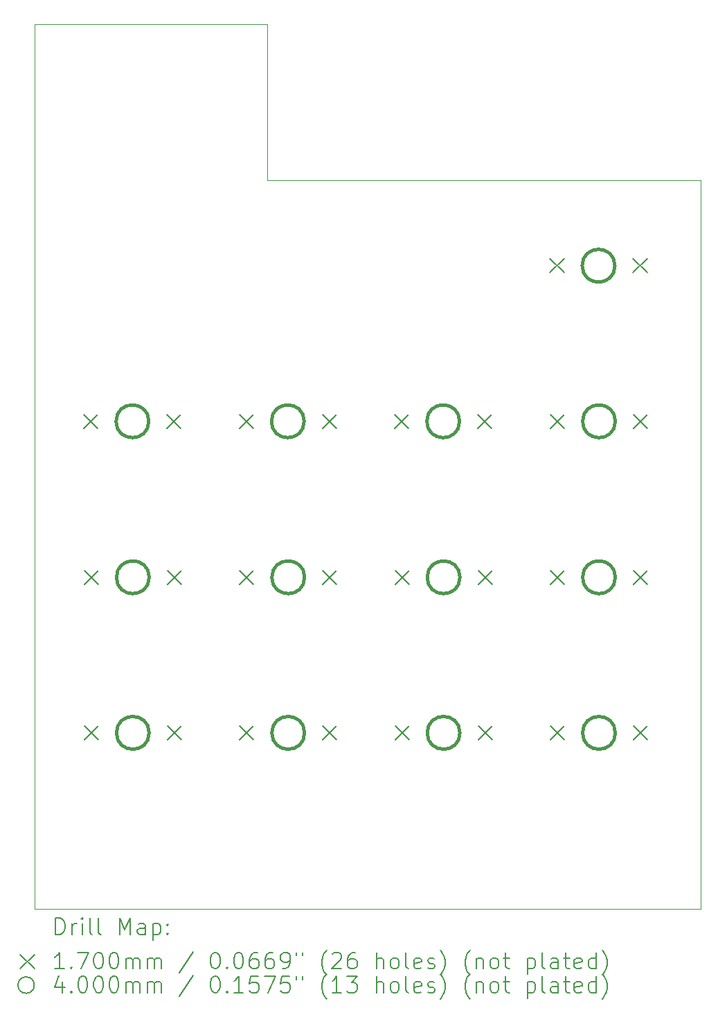
<source format=gbr>
%TF.GenerationSoftware,KiCad,Pcbnew,8.0.6*%
%TF.CreationDate,2024-10-21T23:53:37-04:00*%
%TF.ProjectId,HeckerPad,4865636b-6572-4506-9164-2e6b69636164,rev?*%
%TF.SameCoordinates,Original*%
%TF.FileFunction,Drillmap*%
%TF.FilePolarity,Positive*%
%FSLAX45Y45*%
G04 Gerber Fmt 4.5, Leading zero omitted, Abs format (unit mm)*
G04 Created by KiCad (PCBNEW 8.0.6) date 2024-10-21 23:53:37*
%MOMM*%
%LPD*%
G01*
G04 APERTURE LIST*
%ADD10C,0.050000*%
%ADD11C,0.200000*%
%ADD12C,0.170000*%
%ADD13C,0.400000*%
G04 APERTURE END LIST*
D10*
X11900000Y-13350000D02*
X11900000Y-4450000D01*
X3750000Y-13350000D02*
X11900000Y-13350000D01*
X3750000Y-2550000D02*
X3750000Y-13350000D01*
X6600000Y-2550000D02*
X3750000Y-2550000D01*
X6600000Y-4450000D02*
X6600000Y-2550000D01*
X11900000Y-4450000D02*
X6600000Y-4450000D01*
D11*
D12*
X4354500Y-7312500D02*
X4524500Y-7482500D01*
X4524500Y-7312500D02*
X4354500Y-7482500D01*
X4359500Y-9217500D02*
X4529500Y-9387500D01*
X4529500Y-9217500D02*
X4359500Y-9387500D01*
X4359500Y-11117500D02*
X4529500Y-11287500D01*
X4529500Y-11117500D02*
X4359500Y-11287500D01*
X5370500Y-7312500D02*
X5540500Y-7482500D01*
X5540500Y-7312500D02*
X5370500Y-7482500D01*
X5375500Y-9217500D02*
X5545500Y-9387500D01*
X5545500Y-9217500D02*
X5375500Y-9387500D01*
X5375500Y-11117500D02*
X5545500Y-11287500D01*
X5545500Y-11117500D02*
X5375500Y-11287500D01*
X6254500Y-7312500D02*
X6424500Y-7482500D01*
X6424500Y-7312500D02*
X6254500Y-7482500D01*
X6259500Y-9217500D02*
X6429500Y-9387500D01*
X6429500Y-9217500D02*
X6259500Y-9387500D01*
X6259500Y-11117500D02*
X6429500Y-11287500D01*
X6429500Y-11117500D02*
X6259500Y-11287500D01*
X7270500Y-7312500D02*
X7440500Y-7482500D01*
X7440500Y-7312500D02*
X7270500Y-7482500D01*
X7275500Y-9217500D02*
X7445500Y-9387500D01*
X7445500Y-9217500D02*
X7275500Y-9387500D01*
X7275500Y-11117500D02*
X7445500Y-11287500D01*
X7445500Y-11117500D02*
X7275500Y-11287500D01*
X8154500Y-7312500D02*
X8324500Y-7482500D01*
X8324500Y-7312500D02*
X8154500Y-7482500D01*
X8159500Y-9217500D02*
X8329500Y-9387500D01*
X8329500Y-9217500D02*
X8159500Y-9387500D01*
X8159500Y-11117500D02*
X8329500Y-11287500D01*
X8329500Y-11117500D02*
X8159500Y-11287500D01*
X9170500Y-7312500D02*
X9340500Y-7482500D01*
X9340500Y-7312500D02*
X9170500Y-7482500D01*
X9175500Y-9217500D02*
X9345500Y-9387500D01*
X9345500Y-9217500D02*
X9175500Y-9387500D01*
X9175500Y-11117500D02*
X9345500Y-11287500D01*
X9345500Y-11117500D02*
X9175500Y-11287500D01*
X10054500Y-5412500D02*
X10224500Y-5582500D01*
X10224500Y-5412500D02*
X10054500Y-5582500D01*
X10059500Y-7312500D02*
X10229500Y-7482500D01*
X10229500Y-7312500D02*
X10059500Y-7482500D01*
X10059500Y-9217500D02*
X10229500Y-9387500D01*
X10229500Y-9217500D02*
X10059500Y-9387500D01*
X10059500Y-11117500D02*
X10229500Y-11287500D01*
X10229500Y-11117500D02*
X10059500Y-11287500D01*
X11070500Y-5412500D02*
X11240500Y-5582500D01*
X11240500Y-5412500D02*
X11070500Y-5582500D01*
X11075500Y-7312500D02*
X11245500Y-7482500D01*
X11245500Y-7312500D02*
X11075500Y-7482500D01*
X11075500Y-9217500D02*
X11245500Y-9387500D01*
X11245500Y-9217500D02*
X11075500Y-9387500D01*
X11075500Y-11117500D02*
X11245500Y-11287500D01*
X11245500Y-11117500D02*
X11075500Y-11287500D01*
D13*
X5147500Y-7397500D02*
G75*
G02*
X4747500Y-7397500I-200000J0D01*
G01*
X4747500Y-7397500D02*
G75*
G02*
X5147500Y-7397500I200000J0D01*
G01*
X5152500Y-9302500D02*
G75*
G02*
X4752500Y-9302500I-200000J0D01*
G01*
X4752500Y-9302500D02*
G75*
G02*
X5152500Y-9302500I200000J0D01*
G01*
X5152500Y-11202500D02*
G75*
G02*
X4752500Y-11202500I-200000J0D01*
G01*
X4752500Y-11202500D02*
G75*
G02*
X5152500Y-11202500I200000J0D01*
G01*
X7047500Y-7397500D02*
G75*
G02*
X6647500Y-7397500I-200000J0D01*
G01*
X6647500Y-7397500D02*
G75*
G02*
X7047500Y-7397500I200000J0D01*
G01*
X7052500Y-9302500D02*
G75*
G02*
X6652500Y-9302500I-200000J0D01*
G01*
X6652500Y-9302500D02*
G75*
G02*
X7052500Y-9302500I200000J0D01*
G01*
X7052500Y-11202500D02*
G75*
G02*
X6652500Y-11202500I-200000J0D01*
G01*
X6652500Y-11202500D02*
G75*
G02*
X7052500Y-11202500I200000J0D01*
G01*
X8947500Y-7397500D02*
G75*
G02*
X8547500Y-7397500I-200000J0D01*
G01*
X8547500Y-7397500D02*
G75*
G02*
X8947500Y-7397500I200000J0D01*
G01*
X8952500Y-9302500D02*
G75*
G02*
X8552500Y-9302500I-200000J0D01*
G01*
X8552500Y-9302500D02*
G75*
G02*
X8952500Y-9302500I200000J0D01*
G01*
X8952500Y-11202500D02*
G75*
G02*
X8552500Y-11202500I-200000J0D01*
G01*
X8552500Y-11202500D02*
G75*
G02*
X8952500Y-11202500I200000J0D01*
G01*
X10847500Y-5497500D02*
G75*
G02*
X10447500Y-5497500I-200000J0D01*
G01*
X10447500Y-5497500D02*
G75*
G02*
X10847500Y-5497500I200000J0D01*
G01*
X10852500Y-7397500D02*
G75*
G02*
X10452500Y-7397500I-200000J0D01*
G01*
X10452500Y-7397500D02*
G75*
G02*
X10852500Y-7397500I200000J0D01*
G01*
X10852500Y-9302500D02*
G75*
G02*
X10452500Y-9302500I-200000J0D01*
G01*
X10452500Y-9302500D02*
G75*
G02*
X10852500Y-9302500I200000J0D01*
G01*
X10852500Y-11202500D02*
G75*
G02*
X10452500Y-11202500I-200000J0D01*
G01*
X10452500Y-11202500D02*
G75*
G02*
X10852500Y-11202500I200000J0D01*
G01*
D11*
X4008277Y-13663984D02*
X4008277Y-13463984D01*
X4008277Y-13463984D02*
X4055896Y-13463984D01*
X4055896Y-13463984D02*
X4084467Y-13473508D01*
X4084467Y-13473508D02*
X4103515Y-13492555D01*
X4103515Y-13492555D02*
X4113039Y-13511603D01*
X4113039Y-13511603D02*
X4122562Y-13549698D01*
X4122562Y-13549698D02*
X4122562Y-13578269D01*
X4122562Y-13578269D02*
X4113039Y-13616365D01*
X4113039Y-13616365D02*
X4103515Y-13635412D01*
X4103515Y-13635412D02*
X4084467Y-13654460D01*
X4084467Y-13654460D02*
X4055896Y-13663984D01*
X4055896Y-13663984D02*
X4008277Y-13663984D01*
X4208277Y-13663984D02*
X4208277Y-13530650D01*
X4208277Y-13568746D02*
X4217801Y-13549698D01*
X4217801Y-13549698D02*
X4227324Y-13540174D01*
X4227324Y-13540174D02*
X4246372Y-13530650D01*
X4246372Y-13530650D02*
X4265420Y-13530650D01*
X4332086Y-13663984D02*
X4332086Y-13530650D01*
X4332086Y-13463984D02*
X4322563Y-13473508D01*
X4322563Y-13473508D02*
X4332086Y-13483031D01*
X4332086Y-13483031D02*
X4341610Y-13473508D01*
X4341610Y-13473508D02*
X4332086Y-13463984D01*
X4332086Y-13463984D02*
X4332086Y-13483031D01*
X4455896Y-13663984D02*
X4436848Y-13654460D01*
X4436848Y-13654460D02*
X4427324Y-13635412D01*
X4427324Y-13635412D02*
X4427324Y-13463984D01*
X4560658Y-13663984D02*
X4541610Y-13654460D01*
X4541610Y-13654460D02*
X4532086Y-13635412D01*
X4532086Y-13635412D02*
X4532086Y-13463984D01*
X4789229Y-13663984D02*
X4789229Y-13463984D01*
X4789229Y-13463984D02*
X4855896Y-13606841D01*
X4855896Y-13606841D02*
X4922563Y-13463984D01*
X4922563Y-13463984D02*
X4922563Y-13663984D01*
X5103515Y-13663984D02*
X5103515Y-13559222D01*
X5103515Y-13559222D02*
X5093991Y-13540174D01*
X5093991Y-13540174D02*
X5074944Y-13530650D01*
X5074944Y-13530650D02*
X5036848Y-13530650D01*
X5036848Y-13530650D02*
X5017801Y-13540174D01*
X5103515Y-13654460D02*
X5084467Y-13663984D01*
X5084467Y-13663984D02*
X5036848Y-13663984D01*
X5036848Y-13663984D02*
X5017801Y-13654460D01*
X5017801Y-13654460D02*
X5008277Y-13635412D01*
X5008277Y-13635412D02*
X5008277Y-13616365D01*
X5008277Y-13616365D02*
X5017801Y-13597317D01*
X5017801Y-13597317D02*
X5036848Y-13587793D01*
X5036848Y-13587793D02*
X5084467Y-13587793D01*
X5084467Y-13587793D02*
X5103515Y-13578269D01*
X5198753Y-13530650D02*
X5198753Y-13730650D01*
X5198753Y-13540174D02*
X5217801Y-13530650D01*
X5217801Y-13530650D02*
X5255896Y-13530650D01*
X5255896Y-13530650D02*
X5274944Y-13540174D01*
X5274944Y-13540174D02*
X5284467Y-13549698D01*
X5284467Y-13549698D02*
X5293991Y-13568746D01*
X5293991Y-13568746D02*
X5293991Y-13625888D01*
X5293991Y-13625888D02*
X5284467Y-13644936D01*
X5284467Y-13644936D02*
X5274944Y-13654460D01*
X5274944Y-13654460D02*
X5255896Y-13663984D01*
X5255896Y-13663984D02*
X5217801Y-13663984D01*
X5217801Y-13663984D02*
X5198753Y-13654460D01*
X5379705Y-13644936D02*
X5389229Y-13654460D01*
X5389229Y-13654460D02*
X5379705Y-13663984D01*
X5379705Y-13663984D02*
X5370182Y-13654460D01*
X5370182Y-13654460D02*
X5379705Y-13644936D01*
X5379705Y-13644936D02*
X5379705Y-13663984D01*
X5379705Y-13540174D02*
X5389229Y-13549698D01*
X5389229Y-13549698D02*
X5379705Y-13559222D01*
X5379705Y-13559222D02*
X5370182Y-13549698D01*
X5370182Y-13549698D02*
X5379705Y-13540174D01*
X5379705Y-13540174D02*
X5379705Y-13559222D01*
D12*
X3577500Y-13907500D02*
X3747500Y-14077500D01*
X3747500Y-13907500D02*
X3577500Y-14077500D01*
D11*
X4113039Y-14083984D02*
X3998753Y-14083984D01*
X4055896Y-14083984D02*
X4055896Y-13883984D01*
X4055896Y-13883984D02*
X4036848Y-13912555D01*
X4036848Y-13912555D02*
X4017801Y-13931603D01*
X4017801Y-13931603D02*
X3998753Y-13941127D01*
X4198753Y-14064936D02*
X4208277Y-14074460D01*
X4208277Y-14074460D02*
X4198753Y-14083984D01*
X4198753Y-14083984D02*
X4189229Y-14074460D01*
X4189229Y-14074460D02*
X4198753Y-14064936D01*
X4198753Y-14064936D02*
X4198753Y-14083984D01*
X4274944Y-13883984D02*
X4408277Y-13883984D01*
X4408277Y-13883984D02*
X4322563Y-14083984D01*
X4522563Y-13883984D02*
X4541610Y-13883984D01*
X4541610Y-13883984D02*
X4560658Y-13893508D01*
X4560658Y-13893508D02*
X4570182Y-13903031D01*
X4570182Y-13903031D02*
X4579705Y-13922079D01*
X4579705Y-13922079D02*
X4589229Y-13960174D01*
X4589229Y-13960174D02*
X4589229Y-14007793D01*
X4589229Y-14007793D02*
X4579705Y-14045888D01*
X4579705Y-14045888D02*
X4570182Y-14064936D01*
X4570182Y-14064936D02*
X4560658Y-14074460D01*
X4560658Y-14074460D02*
X4541610Y-14083984D01*
X4541610Y-14083984D02*
X4522563Y-14083984D01*
X4522563Y-14083984D02*
X4503515Y-14074460D01*
X4503515Y-14074460D02*
X4493991Y-14064936D01*
X4493991Y-14064936D02*
X4484467Y-14045888D01*
X4484467Y-14045888D02*
X4474944Y-14007793D01*
X4474944Y-14007793D02*
X4474944Y-13960174D01*
X4474944Y-13960174D02*
X4484467Y-13922079D01*
X4484467Y-13922079D02*
X4493991Y-13903031D01*
X4493991Y-13903031D02*
X4503515Y-13893508D01*
X4503515Y-13893508D02*
X4522563Y-13883984D01*
X4713039Y-13883984D02*
X4732086Y-13883984D01*
X4732086Y-13883984D02*
X4751134Y-13893508D01*
X4751134Y-13893508D02*
X4760658Y-13903031D01*
X4760658Y-13903031D02*
X4770182Y-13922079D01*
X4770182Y-13922079D02*
X4779705Y-13960174D01*
X4779705Y-13960174D02*
X4779705Y-14007793D01*
X4779705Y-14007793D02*
X4770182Y-14045888D01*
X4770182Y-14045888D02*
X4760658Y-14064936D01*
X4760658Y-14064936D02*
X4751134Y-14074460D01*
X4751134Y-14074460D02*
X4732086Y-14083984D01*
X4732086Y-14083984D02*
X4713039Y-14083984D01*
X4713039Y-14083984D02*
X4693991Y-14074460D01*
X4693991Y-14074460D02*
X4684467Y-14064936D01*
X4684467Y-14064936D02*
X4674944Y-14045888D01*
X4674944Y-14045888D02*
X4665420Y-14007793D01*
X4665420Y-14007793D02*
X4665420Y-13960174D01*
X4665420Y-13960174D02*
X4674944Y-13922079D01*
X4674944Y-13922079D02*
X4684467Y-13903031D01*
X4684467Y-13903031D02*
X4693991Y-13893508D01*
X4693991Y-13893508D02*
X4713039Y-13883984D01*
X4865420Y-14083984D02*
X4865420Y-13950650D01*
X4865420Y-13969698D02*
X4874944Y-13960174D01*
X4874944Y-13960174D02*
X4893991Y-13950650D01*
X4893991Y-13950650D02*
X4922563Y-13950650D01*
X4922563Y-13950650D02*
X4941610Y-13960174D01*
X4941610Y-13960174D02*
X4951134Y-13979222D01*
X4951134Y-13979222D02*
X4951134Y-14083984D01*
X4951134Y-13979222D02*
X4960658Y-13960174D01*
X4960658Y-13960174D02*
X4979705Y-13950650D01*
X4979705Y-13950650D02*
X5008277Y-13950650D01*
X5008277Y-13950650D02*
X5027325Y-13960174D01*
X5027325Y-13960174D02*
X5036848Y-13979222D01*
X5036848Y-13979222D02*
X5036848Y-14083984D01*
X5132086Y-14083984D02*
X5132086Y-13950650D01*
X5132086Y-13969698D02*
X5141610Y-13960174D01*
X5141610Y-13960174D02*
X5160658Y-13950650D01*
X5160658Y-13950650D02*
X5189229Y-13950650D01*
X5189229Y-13950650D02*
X5208277Y-13960174D01*
X5208277Y-13960174D02*
X5217801Y-13979222D01*
X5217801Y-13979222D02*
X5217801Y-14083984D01*
X5217801Y-13979222D02*
X5227325Y-13960174D01*
X5227325Y-13960174D02*
X5246372Y-13950650D01*
X5246372Y-13950650D02*
X5274944Y-13950650D01*
X5274944Y-13950650D02*
X5293991Y-13960174D01*
X5293991Y-13960174D02*
X5303515Y-13979222D01*
X5303515Y-13979222D02*
X5303515Y-14083984D01*
X5693991Y-13874460D02*
X5522563Y-14131603D01*
X5951134Y-13883984D02*
X5970182Y-13883984D01*
X5970182Y-13883984D02*
X5989229Y-13893508D01*
X5989229Y-13893508D02*
X5998753Y-13903031D01*
X5998753Y-13903031D02*
X6008277Y-13922079D01*
X6008277Y-13922079D02*
X6017801Y-13960174D01*
X6017801Y-13960174D02*
X6017801Y-14007793D01*
X6017801Y-14007793D02*
X6008277Y-14045888D01*
X6008277Y-14045888D02*
X5998753Y-14064936D01*
X5998753Y-14064936D02*
X5989229Y-14074460D01*
X5989229Y-14074460D02*
X5970182Y-14083984D01*
X5970182Y-14083984D02*
X5951134Y-14083984D01*
X5951134Y-14083984D02*
X5932086Y-14074460D01*
X5932086Y-14074460D02*
X5922563Y-14064936D01*
X5922563Y-14064936D02*
X5913039Y-14045888D01*
X5913039Y-14045888D02*
X5903515Y-14007793D01*
X5903515Y-14007793D02*
X5903515Y-13960174D01*
X5903515Y-13960174D02*
X5913039Y-13922079D01*
X5913039Y-13922079D02*
X5922563Y-13903031D01*
X5922563Y-13903031D02*
X5932086Y-13893508D01*
X5932086Y-13893508D02*
X5951134Y-13883984D01*
X6103515Y-14064936D02*
X6113039Y-14074460D01*
X6113039Y-14074460D02*
X6103515Y-14083984D01*
X6103515Y-14083984D02*
X6093991Y-14074460D01*
X6093991Y-14074460D02*
X6103515Y-14064936D01*
X6103515Y-14064936D02*
X6103515Y-14083984D01*
X6236848Y-13883984D02*
X6255896Y-13883984D01*
X6255896Y-13883984D02*
X6274944Y-13893508D01*
X6274944Y-13893508D02*
X6284467Y-13903031D01*
X6284467Y-13903031D02*
X6293991Y-13922079D01*
X6293991Y-13922079D02*
X6303515Y-13960174D01*
X6303515Y-13960174D02*
X6303515Y-14007793D01*
X6303515Y-14007793D02*
X6293991Y-14045888D01*
X6293991Y-14045888D02*
X6284467Y-14064936D01*
X6284467Y-14064936D02*
X6274944Y-14074460D01*
X6274944Y-14074460D02*
X6255896Y-14083984D01*
X6255896Y-14083984D02*
X6236848Y-14083984D01*
X6236848Y-14083984D02*
X6217801Y-14074460D01*
X6217801Y-14074460D02*
X6208277Y-14064936D01*
X6208277Y-14064936D02*
X6198753Y-14045888D01*
X6198753Y-14045888D02*
X6189229Y-14007793D01*
X6189229Y-14007793D02*
X6189229Y-13960174D01*
X6189229Y-13960174D02*
X6198753Y-13922079D01*
X6198753Y-13922079D02*
X6208277Y-13903031D01*
X6208277Y-13903031D02*
X6217801Y-13893508D01*
X6217801Y-13893508D02*
X6236848Y-13883984D01*
X6474944Y-13883984D02*
X6436848Y-13883984D01*
X6436848Y-13883984D02*
X6417801Y-13893508D01*
X6417801Y-13893508D02*
X6408277Y-13903031D01*
X6408277Y-13903031D02*
X6389229Y-13931603D01*
X6389229Y-13931603D02*
X6379706Y-13969698D01*
X6379706Y-13969698D02*
X6379706Y-14045888D01*
X6379706Y-14045888D02*
X6389229Y-14064936D01*
X6389229Y-14064936D02*
X6398753Y-14074460D01*
X6398753Y-14074460D02*
X6417801Y-14083984D01*
X6417801Y-14083984D02*
X6455896Y-14083984D01*
X6455896Y-14083984D02*
X6474944Y-14074460D01*
X6474944Y-14074460D02*
X6484467Y-14064936D01*
X6484467Y-14064936D02*
X6493991Y-14045888D01*
X6493991Y-14045888D02*
X6493991Y-13998269D01*
X6493991Y-13998269D02*
X6484467Y-13979222D01*
X6484467Y-13979222D02*
X6474944Y-13969698D01*
X6474944Y-13969698D02*
X6455896Y-13960174D01*
X6455896Y-13960174D02*
X6417801Y-13960174D01*
X6417801Y-13960174D02*
X6398753Y-13969698D01*
X6398753Y-13969698D02*
X6389229Y-13979222D01*
X6389229Y-13979222D02*
X6379706Y-13998269D01*
X6665420Y-13883984D02*
X6627325Y-13883984D01*
X6627325Y-13883984D02*
X6608277Y-13893508D01*
X6608277Y-13893508D02*
X6598753Y-13903031D01*
X6598753Y-13903031D02*
X6579706Y-13931603D01*
X6579706Y-13931603D02*
X6570182Y-13969698D01*
X6570182Y-13969698D02*
X6570182Y-14045888D01*
X6570182Y-14045888D02*
X6579706Y-14064936D01*
X6579706Y-14064936D02*
X6589229Y-14074460D01*
X6589229Y-14074460D02*
X6608277Y-14083984D01*
X6608277Y-14083984D02*
X6646372Y-14083984D01*
X6646372Y-14083984D02*
X6665420Y-14074460D01*
X6665420Y-14074460D02*
X6674944Y-14064936D01*
X6674944Y-14064936D02*
X6684467Y-14045888D01*
X6684467Y-14045888D02*
X6684467Y-13998269D01*
X6684467Y-13998269D02*
X6674944Y-13979222D01*
X6674944Y-13979222D02*
X6665420Y-13969698D01*
X6665420Y-13969698D02*
X6646372Y-13960174D01*
X6646372Y-13960174D02*
X6608277Y-13960174D01*
X6608277Y-13960174D02*
X6589229Y-13969698D01*
X6589229Y-13969698D02*
X6579706Y-13979222D01*
X6579706Y-13979222D02*
X6570182Y-13998269D01*
X6779706Y-14083984D02*
X6817801Y-14083984D01*
X6817801Y-14083984D02*
X6836848Y-14074460D01*
X6836848Y-14074460D02*
X6846372Y-14064936D01*
X6846372Y-14064936D02*
X6865420Y-14036365D01*
X6865420Y-14036365D02*
X6874944Y-13998269D01*
X6874944Y-13998269D02*
X6874944Y-13922079D01*
X6874944Y-13922079D02*
X6865420Y-13903031D01*
X6865420Y-13903031D02*
X6855896Y-13893508D01*
X6855896Y-13893508D02*
X6836848Y-13883984D01*
X6836848Y-13883984D02*
X6798753Y-13883984D01*
X6798753Y-13883984D02*
X6779706Y-13893508D01*
X6779706Y-13893508D02*
X6770182Y-13903031D01*
X6770182Y-13903031D02*
X6760658Y-13922079D01*
X6760658Y-13922079D02*
X6760658Y-13969698D01*
X6760658Y-13969698D02*
X6770182Y-13988746D01*
X6770182Y-13988746D02*
X6779706Y-13998269D01*
X6779706Y-13998269D02*
X6798753Y-14007793D01*
X6798753Y-14007793D02*
X6836848Y-14007793D01*
X6836848Y-14007793D02*
X6855896Y-13998269D01*
X6855896Y-13998269D02*
X6865420Y-13988746D01*
X6865420Y-13988746D02*
X6874944Y-13969698D01*
X6951134Y-13883984D02*
X6951134Y-13922079D01*
X7027325Y-13883984D02*
X7027325Y-13922079D01*
X7322563Y-14160174D02*
X7313039Y-14150650D01*
X7313039Y-14150650D02*
X7293991Y-14122079D01*
X7293991Y-14122079D02*
X7284468Y-14103031D01*
X7284468Y-14103031D02*
X7274944Y-14074460D01*
X7274944Y-14074460D02*
X7265420Y-14026841D01*
X7265420Y-14026841D02*
X7265420Y-13988746D01*
X7265420Y-13988746D02*
X7274944Y-13941127D01*
X7274944Y-13941127D02*
X7284468Y-13912555D01*
X7284468Y-13912555D02*
X7293991Y-13893508D01*
X7293991Y-13893508D02*
X7313039Y-13864936D01*
X7313039Y-13864936D02*
X7322563Y-13855412D01*
X7389229Y-13903031D02*
X7398753Y-13893508D01*
X7398753Y-13893508D02*
X7417801Y-13883984D01*
X7417801Y-13883984D02*
X7465420Y-13883984D01*
X7465420Y-13883984D02*
X7484468Y-13893508D01*
X7484468Y-13893508D02*
X7493991Y-13903031D01*
X7493991Y-13903031D02*
X7503515Y-13922079D01*
X7503515Y-13922079D02*
X7503515Y-13941127D01*
X7503515Y-13941127D02*
X7493991Y-13969698D01*
X7493991Y-13969698D02*
X7379706Y-14083984D01*
X7379706Y-14083984D02*
X7503515Y-14083984D01*
X7674944Y-13883984D02*
X7636848Y-13883984D01*
X7636848Y-13883984D02*
X7617801Y-13893508D01*
X7617801Y-13893508D02*
X7608277Y-13903031D01*
X7608277Y-13903031D02*
X7589229Y-13931603D01*
X7589229Y-13931603D02*
X7579706Y-13969698D01*
X7579706Y-13969698D02*
X7579706Y-14045888D01*
X7579706Y-14045888D02*
X7589229Y-14064936D01*
X7589229Y-14064936D02*
X7598753Y-14074460D01*
X7598753Y-14074460D02*
X7617801Y-14083984D01*
X7617801Y-14083984D02*
X7655896Y-14083984D01*
X7655896Y-14083984D02*
X7674944Y-14074460D01*
X7674944Y-14074460D02*
X7684468Y-14064936D01*
X7684468Y-14064936D02*
X7693991Y-14045888D01*
X7693991Y-14045888D02*
X7693991Y-13998269D01*
X7693991Y-13998269D02*
X7684468Y-13979222D01*
X7684468Y-13979222D02*
X7674944Y-13969698D01*
X7674944Y-13969698D02*
X7655896Y-13960174D01*
X7655896Y-13960174D02*
X7617801Y-13960174D01*
X7617801Y-13960174D02*
X7598753Y-13969698D01*
X7598753Y-13969698D02*
X7589229Y-13979222D01*
X7589229Y-13979222D02*
X7579706Y-13998269D01*
X7932087Y-14083984D02*
X7932087Y-13883984D01*
X8017801Y-14083984D02*
X8017801Y-13979222D01*
X8017801Y-13979222D02*
X8008277Y-13960174D01*
X8008277Y-13960174D02*
X7989230Y-13950650D01*
X7989230Y-13950650D02*
X7960658Y-13950650D01*
X7960658Y-13950650D02*
X7941610Y-13960174D01*
X7941610Y-13960174D02*
X7932087Y-13969698D01*
X8141610Y-14083984D02*
X8122563Y-14074460D01*
X8122563Y-14074460D02*
X8113039Y-14064936D01*
X8113039Y-14064936D02*
X8103515Y-14045888D01*
X8103515Y-14045888D02*
X8103515Y-13988746D01*
X8103515Y-13988746D02*
X8113039Y-13969698D01*
X8113039Y-13969698D02*
X8122563Y-13960174D01*
X8122563Y-13960174D02*
X8141610Y-13950650D01*
X8141610Y-13950650D02*
X8170182Y-13950650D01*
X8170182Y-13950650D02*
X8189230Y-13960174D01*
X8189230Y-13960174D02*
X8198753Y-13969698D01*
X8198753Y-13969698D02*
X8208277Y-13988746D01*
X8208277Y-13988746D02*
X8208277Y-14045888D01*
X8208277Y-14045888D02*
X8198753Y-14064936D01*
X8198753Y-14064936D02*
X8189230Y-14074460D01*
X8189230Y-14074460D02*
X8170182Y-14083984D01*
X8170182Y-14083984D02*
X8141610Y-14083984D01*
X8322563Y-14083984D02*
X8303515Y-14074460D01*
X8303515Y-14074460D02*
X8293991Y-14055412D01*
X8293991Y-14055412D02*
X8293991Y-13883984D01*
X8474944Y-14074460D02*
X8455896Y-14083984D01*
X8455896Y-14083984D02*
X8417801Y-14083984D01*
X8417801Y-14083984D02*
X8398753Y-14074460D01*
X8398753Y-14074460D02*
X8389230Y-14055412D01*
X8389230Y-14055412D02*
X8389230Y-13979222D01*
X8389230Y-13979222D02*
X8398753Y-13960174D01*
X8398753Y-13960174D02*
X8417801Y-13950650D01*
X8417801Y-13950650D02*
X8455896Y-13950650D01*
X8455896Y-13950650D02*
X8474944Y-13960174D01*
X8474944Y-13960174D02*
X8484468Y-13979222D01*
X8484468Y-13979222D02*
X8484468Y-13998269D01*
X8484468Y-13998269D02*
X8389230Y-14017317D01*
X8560658Y-14074460D02*
X8579706Y-14083984D01*
X8579706Y-14083984D02*
X8617801Y-14083984D01*
X8617801Y-14083984D02*
X8636849Y-14074460D01*
X8636849Y-14074460D02*
X8646373Y-14055412D01*
X8646373Y-14055412D02*
X8646373Y-14045888D01*
X8646373Y-14045888D02*
X8636849Y-14026841D01*
X8636849Y-14026841D02*
X8617801Y-14017317D01*
X8617801Y-14017317D02*
X8589230Y-14017317D01*
X8589230Y-14017317D02*
X8570182Y-14007793D01*
X8570182Y-14007793D02*
X8560658Y-13988746D01*
X8560658Y-13988746D02*
X8560658Y-13979222D01*
X8560658Y-13979222D02*
X8570182Y-13960174D01*
X8570182Y-13960174D02*
X8589230Y-13950650D01*
X8589230Y-13950650D02*
X8617801Y-13950650D01*
X8617801Y-13950650D02*
X8636849Y-13960174D01*
X8713039Y-14160174D02*
X8722563Y-14150650D01*
X8722563Y-14150650D02*
X8741611Y-14122079D01*
X8741611Y-14122079D02*
X8751134Y-14103031D01*
X8751134Y-14103031D02*
X8760658Y-14074460D01*
X8760658Y-14074460D02*
X8770182Y-14026841D01*
X8770182Y-14026841D02*
X8770182Y-13988746D01*
X8770182Y-13988746D02*
X8760658Y-13941127D01*
X8760658Y-13941127D02*
X8751134Y-13912555D01*
X8751134Y-13912555D02*
X8741611Y-13893508D01*
X8741611Y-13893508D02*
X8722563Y-13864936D01*
X8722563Y-13864936D02*
X8713039Y-13855412D01*
X9074944Y-14160174D02*
X9065420Y-14150650D01*
X9065420Y-14150650D02*
X9046373Y-14122079D01*
X9046373Y-14122079D02*
X9036849Y-14103031D01*
X9036849Y-14103031D02*
X9027325Y-14074460D01*
X9027325Y-14074460D02*
X9017801Y-14026841D01*
X9017801Y-14026841D02*
X9017801Y-13988746D01*
X9017801Y-13988746D02*
X9027325Y-13941127D01*
X9027325Y-13941127D02*
X9036849Y-13912555D01*
X9036849Y-13912555D02*
X9046373Y-13893508D01*
X9046373Y-13893508D02*
X9065420Y-13864936D01*
X9065420Y-13864936D02*
X9074944Y-13855412D01*
X9151134Y-13950650D02*
X9151134Y-14083984D01*
X9151134Y-13969698D02*
X9160658Y-13960174D01*
X9160658Y-13960174D02*
X9179706Y-13950650D01*
X9179706Y-13950650D02*
X9208277Y-13950650D01*
X9208277Y-13950650D02*
X9227325Y-13960174D01*
X9227325Y-13960174D02*
X9236849Y-13979222D01*
X9236849Y-13979222D02*
X9236849Y-14083984D01*
X9360658Y-14083984D02*
X9341611Y-14074460D01*
X9341611Y-14074460D02*
X9332087Y-14064936D01*
X9332087Y-14064936D02*
X9322563Y-14045888D01*
X9322563Y-14045888D02*
X9322563Y-13988746D01*
X9322563Y-13988746D02*
X9332087Y-13969698D01*
X9332087Y-13969698D02*
X9341611Y-13960174D01*
X9341611Y-13960174D02*
X9360658Y-13950650D01*
X9360658Y-13950650D02*
X9389230Y-13950650D01*
X9389230Y-13950650D02*
X9408277Y-13960174D01*
X9408277Y-13960174D02*
X9417801Y-13969698D01*
X9417801Y-13969698D02*
X9427325Y-13988746D01*
X9427325Y-13988746D02*
X9427325Y-14045888D01*
X9427325Y-14045888D02*
X9417801Y-14064936D01*
X9417801Y-14064936D02*
X9408277Y-14074460D01*
X9408277Y-14074460D02*
X9389230Y-14083984D01*
X9389230Y-14083984D02*
X9360658Y-14083984D01*
X9484468Y-13950650D02*
X9560658Y-13950650D01*
X9513039Y-13883984D02*
X9513039Y-14055412D01*
X9513039Y-14055412D02*
X9522563Y-14074460D01*
X9522563Y-14074460D02*
X9541611Y-14083984D01*
X9541611Y-14083984D02*
X9560658Y-14083984D01*
X9779706Y-13950650D02*
X9779706Y-14150650D01*
X9779706Y-13960174D02*
X9798754Y-13950650D01*
X9798754Y-13950650D02*
X9836849Y-13950650D01*
X9836849Y-13950650D02*
X9855896Y-13960174D01*
X9855896Y-13960174D02*
X9865420Y-13969698D01*
X9865420Y-13969698D02*
X9874944Y-13988746D01*
X9874944Y-13988746D02*
X9874944Y-14045888D01*
X9874944Y-14045888D02*
X9865420Y-14064936D01*
X9865420Y-14064936D02*
X9855896Y-14074460D01*
X9855896Y-14074460D02*
X9836849Y-14083984D01*
X9836849Y-14083984D02*
X9798754Y-14083984D01*
X9798754Y-14083984D02*
X9779706Y-14074460D01*
X9989230Y-14083984D02*
X9970182Y-14074460D01*
X9970182Y-14074460D02*
X9960658Y-14055412D01*
X9960658Y-14055412D02*
X9960658Y-13883984D01*
X10151135Y-14083984D02*
X10151135Y-13979222D01*
X10151135Y-13979222D02*
X10141611Y-13960174D01*
X10141611Y-13960174D02*
X10122563Y-13950650D01*
X10122563Y-13950650D02*
X10084468Y-13950650D01*
X10084468Y-13950650D02*
X10065420Y-13960174D01*
X10151135Y-14074460D02*
X10132087Y-14083984D01*
X10132087Y-14083984D02*
X10084468Y-14083984D01*
X10084468Y-14083984D02*
X10065420Y-14074460D01*
X10065420Y-14074460D02*
X10055896Y-14055412D01*
X10055896Y-14055412D02*
X10055896Y-14036365D01*
X10055896Y-14036365D02*
X10065420Y-14017317D01*
X10065420Y-14017317D02*
X10084468Y-14007793D01*
X10084468Y-14007793D02*
X10132087Y-14007793D01*
X10132087Y-14007793D02*
X10151135Y-13998269D01*
X10217801Y-13950650D02*
X10293992Y-13950650D01*
X10246373Y-13883984D02*
X10246373Y-14055412D01*
X10246373Y-14055412D02*
X10255896Y-14074460D01*
X10255896Y-14074460D02*
X10274944Y-14083984D01*
X10274944Y-14083984D02*
X10293992Y-14083984D01*
X10436849Y-14074460D02*
X10417801Y-14083984D01*
X10417801Y-14083984D02*
X10379706Y-14083984D01*
X10379706Y-14083984D02*
X10360658Y-14074460D01*
X10360658Y-14074460D02*
X10351135Y-14055412D01*
X10351135Y-14055412D02*
X10351135Y-13979222D01*
X10351135Y-13979222D02*
X10360658Y-13960174D01*
X10360658Y-13960174D02*
X10379706Y-13950650D01*
X10379706Y-13950650D02*
X10417801Y-13950650D01*
X10417801Y-13950650D02*
X10436849Y-13960174D01*
X10436849Y-13960174D02*
X10446373Y-13979222D01*
X10446373Y-13979222D02*
X10446373Y-13998269D01*
X10446373Y-13998269D02*
X10351135Y-14017317D01*
X10617801Y-14083984D02*
X10617801Y-13883984D01*
X10617801Y-14074460D02*
X10598754Y-14083984D01*
X10598754Y-14083984D02*
X10560658Y-14083984D01*
X10560658Y-14083984D02*
X10541611Y-14074460D01*
X10541611Y-14074460D02*
X10532087Y-14064936D01*
X10532087Y-14064936D02*
X10522563Y-14045888D01*
X10522563Y-14045888D02*
X10522563Y-13988746D01*
X10522563Y-13988746D02*
X10532087Y-13969698D01*
X10532087Y-13969698D02*
X10541611Y-13960174D01*
X10541611Y-13960174D02*
X10560658Y-13950650D01*
X10560658Y-13950650D02*
X10598754Y-13950650D01*
X10598754Y-13950650D02*
X10617801Y-13960174D01*
X10693992Y-14160174D02*
X10703516Y-14150650D01*
X10703516Y-14150650D02*
X10722563Y-14122079D01*
X10722563Y-14122079D02*
X10732087Y-14103031D01*
X10732087Y-14103031D02*
X10741611Y-14074460D01*
X10741611Y-14074460D02*
X10751135Y-14026841D01*
X10751135Y-14026841D02*
X10751135Y-13988746D01*
X10751135Y-13988746D02*
X10741611Y-13941127D01*
X10741611Y-13941127D02*
X10732087Y-13912555D01*
X10732087Y-13912555D02*
X10722563Y-13893508D01*
X10722563Y-13893508D02*
X10703516Y-13864936D01*
X10703516Y-13864936D02*
X10693992Y-13855412D01*
X3747500Y-14282500D02*
G75*
G02*
X3547500Y-14282500I-100000J0D01*
G01*
X3547500Y-14282500D02*
G75*
G02*
X3747500Y-14282500I100000J0D01*
G01*
X4093991Y-14240650D02*
X4093991Y-14373984D01*
X4046372Y-14164460D02*
X3998753Y-14307317D01*
X3998753Y-14307317D02*
X4122562Y-14307317D01*
X4198753Y-14354936D02*
X4208277Y-14364460D01*
X4208277Y-14364460D02*
X4198753Y-14373984D01*
X4198753Y-14373984D02*
X4189229Y-14364460D01*
X4189229Y-14364460D02*
X4198753Y-14354936D01*
X4198753Y-14354936D02*
X4198753Y-14373984D01*
X4332086Y-14173984D02*
X4351134Y-14173984D01*
X4351134Y-14173984D02*
X4370182Y-14183508D01*
X4370182Y-14183508D02*
X4379705Y-14193031D01*
X4379705Y-14193031D02*
X4389229Y-14212079D01*
X4389229Y-14212079D02*
X4398753Y-14250174D01*
X4398753Y-14250174D02*
X4398753Y-14297793D01*
X4398753Y-14297793D02*
X4389229Y-14335888D01*
X4389229Y-14335888D02*
X4379705Y-14354936D01*
X4379705Y-14354936D02*
X4370182Y-14364460D01*
X4370182Y-14364460D02*
X4351134Y-14373984D01*
X4351134Y-14373984D02*
X4332086Y-14373984D01*
X4332086Y-14373984D02*
X4313039Y-14364460D01*
X4313039Y-14364460D02*
X4303515Y-14354936D01*
X4303515Y-14354936D02*
X4293991Y-14335888D01*
X4293991Y-14335888D02*
X4284467Y-14297793D01*
X4284467Y-14297793D02*
X4284467Y-14250174D01*
X4284467Y-14250174D02*
X4293991Y-14212079D01*
X4293991Y-14212079D02*
X4303515Y-14193031D01*
X4303515Y-14193031D02*
X4313039Y-14183508D01*
X4313039Y-14183508D02*
X4332086Y-14173984D01*
X4522563Y-14173984D02*
X4541610Y-14173984D01*
X4541610Y-14173984D02*
X4560658Y-14183508D01*
X4560658Y-14183508D02*
X4570182Y-14193031D01*
X4570182Y-14193031D02*
X4579705Y-14212079D01*
X4579705Y-14212079D02*
X4589229Y-14250174D01*
X4589229Y-14250174D02*
X4589229Y-14297793D01*
X4589229Y-14297793D02*
X4579705Y-14335888D01*
X4579705Y-14335888D02*
X4570182Y-14354936D01*
X4570182Y-14354936D02*
X4560658Y-14364460D01*
X4560658Y-14364460D02*
X4541610Y-14373984D01*
X4541610Y-14373984D02*
X4522563Y-14373984D01*
X4522563Y-14373984D02*
X4503515Y-14364460D01*
X4503515Y-14364460D02*
X4493991Y-14354936D01*
X4493991Y-14354936D02*
X4484467Y-14335888D01*
X4484467Y-14335888D02*
X4474944Y-14297793D01*
X4474944Y-14297793D02*
X4474944Y-14250174D01*
X4474944Y-14250174D02*
X4484467Y-14212079D01*
X4484467Y-14212079D02*
X4493991Y-14193031D01*
X4493991Y-14193031D02*
X4503515Y-14183508D01*
X4503515Y-14183508D02*
X4522563Y-14173984D01*
X4713039Y-14173984D02*
X4732086Y-14173984D01*
X4732086Y-14173984D02*
X4751134Y-14183508D01*
X4751134Y-14183508D02*
X4760658Y-14193031D01*
X4760658Y-14193031D02*
X4770182Y-14212079D01*
X4770182Y-14212079D02*
X4779705Y-14250174D01*
X4779705Y-14250174D02*
X4779705Y-14297793D01*
X4779705Y-14297793D02*
X4770182Y-14335888D01*
X4770182Y-14335888D02*
X4760658Y-14354936D01*
X4760658Y-14354936D02*
X4751134Y-14364460D01*
X4751134Y-14364460D02*
X4732086Y-14373984D01*
X4732086Y-14373984D02*
X4713039Y-14373984D01*
X4713039Y-14373984D02*
X4693991Y-14364460D01*
X4693991Y-14364460D02*
X4684467Y-14354936D01*
X4684467Y-14354936D02*
X4674944Y-14335888D01*
X4674944Y-14335888D02*
X4665420Y-14297793D01*
X4665420Y-14297793D02*
X4665420Y-14250174D01*
X4665420Y-14250174D02*
X4674944Y-14212079D01*
X4674944Y-14212079D02*
X4684467Y-14193031D01*
X4684467Y-14193031D02*
X4693991Y-14183508D01*
X4693991Y-14183508D02*
X4713039Y-14173984D01*
X4865420Y-14373984D02*
X4865420Y-14240650D01*
X4865420Y-14259698D02*
X4874944Y-14250174D01*
X4874944Y-14250174D02*
X4893991Y-14240650D01*
X4893991Y-14240650D02*
X4922563Y-14240650D01*
X4922563Y-14240650D02*
X4941610Y-14250174D01*
X4941610Y-14250174D02*
X4951134Y-14269222D01*
X4951134Y-14269222D02*
X4951134Y-14373984D01*
X4951134Y-14269222D02*
X4960658Y-14250174D01*
X4960658Y-14250174D02*
X4979705Y-14240650D01*
X4979705Y-14240650D02*
X5008277Y-14240650D01*
X5008277Y-14240650D02*
X5027325Y-14250174D01*
X5027325Y-14250174D02*
X5036848Y-14269222D01*
X5036848Y-14269222D02*
X5036848Y-14373984D01*
X5132086Y-14373984D02*
X5132086Y-14240650D01*
X5132086Y-14259698D02*
X5141610Y-14250174D01*
X5141610Y-14250174D02*
X5160658Y-14240650D01*
X5160658Y-14240650D02*
X5189229Y-14240650D01*
X5189229Y-14240650D02*
X5208277Y-14250174D01*
X5208277Y-14250174D02*
X5217801Y-14269222D01*
X5217801Y-14269222D02*
X5217801Y-14373984D01*
X5217801Y-14269222D02*
X5227325Y-14250174D01*
X5227325Y-14250174D02*
X5246372Y-14240650D01*
X5246372Y-14240650D02*
X5274944Y-14240650D01*
X5274944Y-14240650D02*
X5293991Y-14250174D01*
X5293991Y-14250174D02*
X5303515Y-14269222D01*
X5303515Y-14269222D02*
X5303515Y-14373984D01*
X5693991Y-14164460D02*
X5522563Y-14421603D01*
X5951134Y-14173984D02*
X5970182Y-14173984D01*
X5970182Y-14173984D02*
X5989229Y-14183508D01*
X5989229Y-14183508D02*
X5998753Y-14193031D01*
X5998753Y-14193031D02*
X6008277Y-14212079D01*
X6008277Y-14212079D02*
X6017801Y-14250174D01*
X6017801Y-14250174D02*
X6017801Y-14297793D01*
X6017801Y-14297793D02*
X6008277Y-14335888D01*
X6008277Y-14335888D02*
X5998753Y-14354936D01*
X5998753Y-14354936D02*
X5989229Y-14364460D01*
X5989229Y-14364460D02*
X5970182Y-14373984D01*
X5970182Y-14373984D02*
X5951134Y-14373984D01*
X5951134Y-14373984D02*
X5932086Y-14364460D01*
X5932086Y-14364460D02*
X5922563Y-14354936D01*
X5922563Y-14354936D02*
X5913039Y-14335888D01*
X5913039Y-14335888D02*
X5903515Y-14297793D01*
X5903515Y-14297793D02*
X5903515Y-14250174D01*
X5903515Y-14250174D02*
X5913039Y-14212079D01*
X5913039Y-14212079D02*
X5922563Y-14193031D01*
X5922563Y-14193031D02*
X5932086Y-14183508D01*
X5932086Y-14183508D02*
X5951134Y-14173984D01*
X6103515Y-14354936D02*
X6113039Y-14364460D01*
X6113039Y-14364460D02*
X6103515Y-14373984D01*
X6103515Y-14373984D02*
X6093991Y-14364460D01*
X6093991Y-14364460D02*
X6103515Y-14354936D01*
X6103515Y-14354936D02*
X6103515Y-14373984D01*
X6303515Y-14373984D02*
X6189229Y-14373984D01*
X6246372Y-14373984D02*
X6246372Y-14173984D01*
X6246372Y-14173984D02*
X6227325Y-14202555D01*
X6227325Y-14202555D02*
X6208277Y-14221603D01*
X6208277Y-14221603D02*
X6189229Y-14231127D01*
X6484467Y-14173984D02*
X6389229Y-14173984D01*
X6389229Y-14173984D02*
X6379706Y-14269222D01*
X6379706Y-14269222D02*
X6389229Y-14259698D01*
X6389229Y-14259698D02*
X6408277Y-14250174D01*
X6408277Y-14250174D02*
X6455896Y-14250174D01*
X6455896Y-14250174D02*
X6474944Y-14259698D01*
X6474944Y-14259698D02*
X6484467Y-14269222D01*
X6484467Y-14269222D02*
X6493991Y-14288269D01*
X6493991Y-14288269D02*
X6493991Y-14335888D01*
X6493991Y-14335888D02*
X6484467Y-14354936D01*
X6484467Y-14354936D02*
X6474944Y-14364460D01*
X6474944Y-14364460D02*
X6455896Y-14373984D01*
X6455896Y-14373984D02*
X6408277Y-14373984D01*
X6408277Y-14373984D02*
X6389229Y-14364460D01*
X6389229Y-14364460D02*
X6379706Y-14354936D01*
X6560658Y-14173984D02*
X6693991Y-14173984D01*
X6693991Y-14173984D02*
X6608277Y-14373984D01*
X6865420Y-14173984D02*
X6770182Y-14173984D01*
X6770182Y-14173984D02*
X6760658Y-14269222D01*
X6760658Y-14269222D02*
X6770182Y-14259698D01*
X6770182Y-14259698D02*
X6789229Y-14250174D01*
X6789229Y-14250174D02*
X6836848Y-14250174D01*
X6836848Y-14250174D02*
X6855896Y-14259698D01*
X6855896Y-14259698D02*
X6865420Y-14269222D01*
X6865420Y-14269222D02*
X6874944Y-14288269D01*
X6874944Y-14288269D02*
X6874944Y-14335888D01*
X6874944Y-14335888D02*
X6865420Y-14354936D01*
X6865420Y-14354936D02*
X6855896Y-14364460D01*
X6855896Y-14364460D02*
X6836848Y-14373984D01*
X6836848Y-14373984D02*
X6789229Y-14373984D01*
X6789229Y-14373984D02*
X6770182Y-14364460D01*
X6770182Y-14364460D02*
X6760658Y-14354936D01*
X6951134Y-14173984D02*
X6951134Y-14212079D01*
X7027325Y-14173984D02*
X7027325Y-14212079D01*
X7322563Y-14450174D02*
X7313039Y-14440650D01*
X7313039Y-14440650D02*
X7293991Y-14412079D01*
X7293991Y-14412079D02*
X7284468Y-14393031D01*
X7284468Y-14393031D02*
X7274944Y-14364460D01*
X7274944Y-14364460D02*
X7265420Y-14316841D01*
X7265420Y-14316841D02*
X7265420Y-14278746D01*
X7265420Y-14278746D02*
X7274944Y-14231127D01*
X7274944Y-14231127D02*
X7284468Y-14202555D01*
X7284468Y-14202555D02*
X7293991Y-14183508D01*
X7293991Y-14183508D02*
X7313039Y-14154936D01*
X7313039Y-14154936D02*
X7322563Y-14145412D01*
X7503515Y-14373984D02*
X7389229Y-14373984D01*
X7446372Y-14373984D02*
X7446372Y-14173984D01*
X7446372Y-14173984D02*
X7427325Y-14202555D01*
X7427325Y-14202555D02*
X7408277Y-14221603D01*
X7408277Y-14221603D02*
X7389229Y-14231127D01*
X7570182Y-14173984D02*
X7693991Y-14173984D01*
X7693991Y-14173984D02*
X7627325Y-14250174D01*
X7627325Y-14250174D02*
X7655896Y-14250174D01*
X7655896Y-14250174D02*
X7674944Y-14259698D01*
X7674944Y-14259698D02*
X7684468Y-14269222D01*
X7684468Y-14269222D02*
X7693991Y-14288269D01*
X7693991Y-14288269D02*
X7693991Y-14335888D01*
X7693991Y-14335888D02*
X7684468Y-14354936D01*
X7684468Y-14354936D02*
X7674944Y-14364460D01*
X7674944Y-14364460D02*
X7655896Y-14373984D01*
X7655896Y-14373984D02*
X7598753Y-14373984D01*
X7598753Y-14373984D02*
X7579706Y-14364460D01*
X7579706Y-14364460D02*
X7570182Y-14354936D01*
X7932087Y-14373984D02*
X7932087Y-14173984D01*
X8017801Y-14373984D02*
X8017801Y-14269222D01*
X8017801Y-14269222D02*
X8008277Y-14250174D01*
X8008277Y-14250174D02*
X7989230Y-14240650D01*
X7989230Y-14240650D02*
X7960658Y-14240650D01*
X7960658Y-14240650D02*
X7941610Y-14250174D01*
X7941610Y-14250174D02*
X7932087Y-14259698D01*
X8141610Y-14373984D02*
X8122563Y-14364460D01*
X8122563Y-14364460D02*
X8113039Y-14354936D01*
X8113039Y-14354936D02*
X8103515Y-14335888D01*
X8103515Y-14335888D02*
X8103515Y-14278746D01*
X8103515Y-14278746D02*
X8113039Y-14259698D01*
X8113039Y-14259698D02*
X8122563Y-14250174D01*
X8122563Y-14250174D02*
X8141610Y-14240650D01*
X8141610Y-14240650D02*
X8170182Y-14240650D01*
X8170182Y-14240650D02*
X8189230Y-14250174D01*
X8189230Y-14250174D02*
X8198753Y-14259698D01*
X8198753Y-14259698D02*
X8208277Y-14278746D01*
X8208277Y-14278746D02*
X8208277Y-14335888D01*
X8208277Y-14335888D02*
X8198753Y-14354936D01*
X8198753Y-14354936D02*
X8189230Y-14364460D01*
X8189230Y-14364460D02*
X8170182Y-14373984D01*
X8170182Y-14373984D02*
X8141610Y-14373984D01*
X8322563Y-14373984D02*
X8303515Y-14364460D01*
X8303515Y-14364460D02*
X8293991Y-14345412D01*
X8293991Y-14345412D02*
X8293991Y-14173984D01*
X8474944Y-14364460D02*
X8455896Y-14373984D01*
X8455896Y-14373984D02*
X8417801Y-14373984D01*
X8417801Y-14373984D02*
X8398753Y-14364460D01*
X8398753Y-14364460D02*
X8389230Y-14345412D01*
X8389230Y-14345412D02*
X8389230Y-14269222D01*
X8389230Y-14269222D02*
X8398753Y-14250174D01*
X8398753Y-14250174D02*
X8417801Y-14240650D01*
X8417801Y-14240650D02*
X8455896Y-14240650D01*
X8455896Y-14240650D02*
X8474944Y-14250174D01*
X8474944Y-14250174D02*
X8484468Y-14269222D01*
X8484468Y-14269222D02*
X8484468Y-14288269D01*
X8484468Y-14288269D02*
X8389230Y-14307317D01*
X8560658Y-14364460D02*
X8579706Y-14373984D01*
X8579706Y-14373984D02*
X8617801Y-14373984D01*
X8617801Y-14373984D02*
X8636849Y-14364460D01*
X8636849Y-14364460D02*
X8646373Y-14345412D01*
X8646373Y-14345412D02*
X8646373Y-14335888D01*
X8646373Y-14335888D02*
X8636849Y-14316841D01*
X8636849Y-14316841D02*
X8617801Y-14307317D01*
X8617801Y-14307317D02*
X8589230Y-14307317D01*
X8589230Y-14307317D02*
X8570182Y-14297793D01*
X8570182Y-14297793D02*
X8560658Y-14278746D01*
X8560658Y-14278746D02*
X8560658Y-14269222D01*
X8560658Y-14269222D02*
X8570182Y-14250174D01*
X8570182Y-14250174D02*
X8589230Y-14240650D01*
X8589230Y-14240650D02*
X8617801Y-14240650D01*
X8617801Y-14240650D02*
X8636849Y-14250174D01*
X8713039Y-14450174D02*
X8722563Y-14440650D01*
X8722563Y-14440650D02*
X8741611Y-14412079D01*
X8741611Y-14412079D02*
X8751134Y-14393031D01*
X8751134Y-14393031D02*
X8760658Y-14364460D01*
X8760658Y-14364460D02*
X8770182Y-14316841D01*
X8770182Y-14316841D02*
X8770182Y-14278746D01*
X8770182Y-14278746D02*
X8760658Y-14231127D01*
X8760658Y-14231127D02*
X8751134Y-14202555D01*
X8751134Y-14202555D02*
X8741611Y-14183508D01*
X8741611Y-14183508D02*
X8722563Y-14154936D01*
X8722563Y-14154936D02*
X8713039Y-14145412D01*
X9074944Y-14450174D02*
X9065420Y-14440650D01*
X9065420Y-14440650D02*
X9046373Y-14412079D01*
X9046373Y-14412079D02*
X9036849Y-14393031D01*
X9036849Y-14393031D02*
X9027325Y-14364460D01*
X9027325Y-14364460D02*
X9017801Y-14316841D01*
X9017801Y-14316841D02*
X9017801Y-14278746D01*
X9017801Y-14278746D02*
X9027325Y-14231127D01*
X9027325Y-14231127D02*
X9036849Y-14202555D01*
X9036849Y-14202555D02*
X9046373Y-14183508D01*
X9046373Y-14183508D02*
X9065420Y-14154936D01*
X9065420Y-14154936D02*
X9074944Y-14145412D01*
X9151134Y-14240650D02*
X9151134Y-14373984D01*
X9151134Y-14259698D02*
X9160658Y-14250174D01*
X9160658Y-14250174D02*
X9179706Y-14240650D01*
X9179706Y-14240650D02*
X9208277Y-14240650D01*
X9208277Y-14240650D02*
X9227325Y-14250174D01*
X9227325Y-14250174D02*
X9236849Y-14269222D01*
X9236849Y-14269222D02*
X9236849Y-14373984D01*
X9360658Y-14373984D02*
X9341611Y-14364460D01*
X9341611Y-14364460D02*
X9332087Y-14354936D01*
X9332087Y-14354936D02*
X9322563Y-14335888D01*
X9322563Y-14335888D02*
X9322563Y-14278746D01*
X9322563Y-14278746D02*
X9332087Y-14259698D01*
X9332087Y-14259698D02*
X9341611Y-14250174D01*
X9341611Y-14250174D02*
X9360658Y-14240650D01*
X9360658Y-14240650D02*
X9389230Y-14240650D01*
X9389230Y-14240650D02*
X9408277Y-14250174D01*
X9408277Y-14250174D02*
X9417801Y-14259698D01*
X9417801Y-14259698D02*
X9427325Y-14278746D01*
X9427325Y-14278746D02*
X9427325Y-14335888D01*
X9427325Y-14335888D02*
X9417801Y-14354936D01*
X9417801Y-14354936D02*
X9408277Y-14364460D01*
X9408277Y-14364460D02*
X9389230Y-14373984D01*
X9389230Y-14373984D02*
X9360658Y-14373984D01*
X9484468Y-14240650D02*
X9560658Y-14240650D01*
X9513039Y-14173984D02*
X9513039Y-14345412D01*
X9513039Y-14345412D02*
X9522563Y-14364460D01*
X9522563Y-14364460D02*
X9541611Y-14373984D01*
X9541611Y-14373984D02*
X9560658Y-14373984D01*
X9779706Y-14240650D02*
X9779706Y-14440650D01*
X9779706Y-14250174D02*
X9798754Y-14240650D01*
X9798754Y-14240650D02*
X9836849Y-14240650D01*
X9836849Y-14240650D02*
X9855896Y-14250174D01*
X9855896Y-14250174D02*
X9865420Y-14259698D01*
X9865420Y-14259698D02*
X9874944Y-14278746D01*
X9874944Y-14278746D02*
X9874944Y-14335888D01*
X9874944Y-14335888D02*
X9865420Y-14354936D01*
X9865420Y-14354936D02*
X9855896Y-14364460D01*
X9855896Y-14364460D02*
X9836849Y-14373984D01*
X9836849Y-14373984D02*
X9798754Y-14373984D01*
X9798754Y-14373984D02*
X9779706Y-14364460D01*
X9989230Y-14373984D02*
X9970182Y-14364460D01*
X9970182Y-14364460D02*
X9960658Y-14345412D01*
X9960658Y-14345412D02*
X9960658Y-14173984D01*
X10151135Y-14373984D02*
X10151135Y-14269222D01*
X10151135Y-14269222D02*
X10141611Y-14250174D01*
X10141611Y-14250174D02*
X10122563Y-14240650D01*
X10122563Y-14240650D02*
X10084468Y-14240650D01*
X10084468Y-14240650D02*
X10065420Y-14250174D01*
X10151135Y-14364460D02*
X10132087Y-14373984D01*
X10132087Y-14373984D02*
X10084468Y-14373984D01*
X10084468Y-14373984D02*
X10065420Y-14364460D01*
X10065420Y-14364460D02*
X10055896Y-14345412D01*
X10055896Y-14345412D02*
X10055896Y-14326365D01*
X10055896Y-14326365D02*
X10065420Y-14307317D01*
X10065420Y-14307317D02*
X10084468Y-14297793D01*
X10084468Y-14297793D02*
X10132087Y-14297793D01*
X10132087Y-14297793D02*
X10151135Y-14288269D01*
X10217801Y-14240650D02*
X10293992Y-14240650D01*
X10246373Y-14173984D02*
X10246373Y-14345412D01*
X10246373Y-14345412D02*
X10255896Y-14364460D01*
X10255896Y-14364460D02*
X10274944Y-14373984D01*
X10274944Y-14373984D02*
X10293992Y-14373984D01*
X10436849Y-14364460D02*
X10417801Y-14373984D01*
X10417801Y-14373984D02*
X10379706Y-14373984D01*
X10379706Y-14373984D02*
X10360658Y-14364460D01*
X10360658Y-14364460D02*
X10351135Y-14345412D01*
X10351135Y-14345412D02*
X10351135Y-14269222D01*
X10351135Y-14269222D02*
X10360658Y-14250174D01*
X10360658Y-14250174D02*
X10379706Y-14240650D01*
X10379706Y-14240650D02*
X10417801Y-14240650D01*
X10417801Y-14240650D02*
X10436849Y-14250174D01*
X10436849Y-14250174D02*
X10446373Y-14269222D01*
X10446373Y-14269222D02*
X10446373Y-14288269D01*
X10446373Y-14288269D02*
X10351135Y-14307317D01*
X10617801Y-14373984D02*
X10617801Y-14173984D01*
X10617801Y-14364460D02*
X10598754Y-14373984D01*
X10598754Y-14373984D02*
X10560658Y-14373984D01*
X10560658Y-14373984D02*
X10541611Y-14364460D01*
X10541611Y-14364460D02*
X10532087Y-14354936D01*
X10532087Y-14354936D02*
X10522563Y-14335888D01*
X10522563Y-14335888D02*
X10522563Y-14278746D01*
X10522563Y-14278746D02*
X10532087Y-14259698D01*
X10532087Y-14259698D02*
X10541611Y-14250174D01*
X10541611Y-14250174D02*
X10560658Y-14240650D01*
X10560658Y-14240650D02*
X10598754Y-14240650D01*
X10598754Y-14240650D02*
X10617801Y-14250174D01*
X10693992Y-14450174D02*
X10703516Y-14440650D01*
X10703516Y-14440650D02*
X10722563Y-14412079D01*
X10722563Y-14412079D02*
X10732087Y-14393031D01*
X10732087Y-14393031D02*
X10741611Y-14364460D01*
X10741611Y-14364460D02*
X10751135Y-14316841D01*
X10751135Y-14316841D02*
X10751135Y-14278746D01*
X10751135Y-14278746D02*
X10741611Y-14231127D01*
X10741611Y-14231127D02*
X10732087Y-14202555D01*
X10732087Y-14202555D02*
X10722563Y-14183508D01*
X10722563Y-14183508D02*
X10703516Y-14154936D01*
X10703516Y-14154936D02*
X10693992Y-14145412D01*
M02*

</source>
